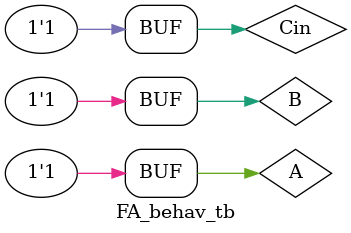
<source format=v>
`timescale 100ps/ 10ps 
module FA_behav_tb(); 
reg A,B,Cin; 
wire S,Cout;  
FA_behav tb( 
 .A(A), 
 .B(B), 
 .Cin(Cin), 
 .S(S), 
 .Cout(Cout)  
 );
  
 initial 
 begin 
$monitor($time, "A=%b, B=%b, Cin=%b, S=%b, Cout=%b \n", A,B,Cin,S,Cout); end 
initial begin 
 A = 0; 
 B = 0; 
 Cin = 0; 
 #5; 
 A = 0; 
 B = 0; 
 Cin = 1; 
 #5;  
 A = 0; 
 B = 1; 
 Cin = 0; 
 #5; 
 A = 0; 
 B = 1; 
 Cin = 1; 
 #5; 
 A = 1; 
 B = 0; 
 Cin = 0; 
 #5; 
 A = 1; 
 B = 0; 
 Cin = 1; 
 #5; 
 A = 1;
 B = 1; 
 Cin = 0; 
 #5;  
 A = 1; 
 B = 1; 
 Cin = 1; 
 #5;  
 end 
  
endmodule 

</source>
